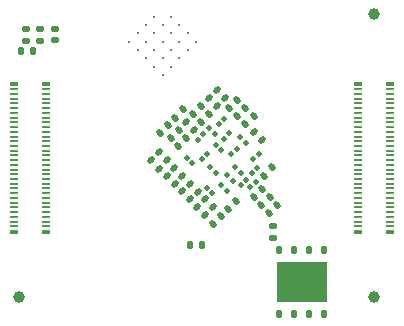
<source format=gbr>
%TF.GenerationSoftware,KiCad,Pcbnew,9.0.2*%
%TF.CreationDate,2025-11-14T17:05:06-08:00*%
%TF.ProjectId,pico2-nx-module,7069636f-322d-46e7-982d-6d6f64756c65,rev?*%
%TF.SameCoordinates,Original*%
%TF.FileFunction,Soldermask,Bot*%
%TF.FilePolarity,Negative*%
%FSLAX46Y46*%
G04 Gerber Fmt 4.6, Leading zero omitted, Abs format (unit mm)*
G04 Created by KiCad (PCBNEW 9.0.2) date 2025-11-14 17:05:06*
%MOMM*%
%LPD*%
G01*
G04 APERTURE LIST*
G04 Aperture macros list*
%AMRoundRect*
0 Rectangle with rounded corners*
0 $1 Rounding radius*
0 $2 $3 $4 $5 $6 $7 $8 $9 X,Y pos of 4 corners*
0 Add a 4 corners polygon primitive as box body*
4,1,4,$2,$3,$4,$5,$6,$7,$8,$9,$2,$3,0*
0 Add four circle primitives for the rounded corners*
1,1,$1+$1,$2,$3*
1,1,$1+$1,$4,$5*
1,1,$1+$1,$6,$7*
1,1,$1+$1,$8,$9*
0 Add four rect primitives between the rounded corners*
20,1,$1+$1,$2,$3,$4,$5,0*
20,1,$1+$1,$4,$5,$6,$7,0*
20,1,$1+$1,$6,$7,$8,$9,0*
20,1,$1+$1,$8,$9,$2,$3,0*%
G04 Aperture macros list end*
%ADD10RoundRect,0.100000X-0.021213X-0.162635X0.162635X0.021213X0.021213X0.162635X-0.162635X-0.021213X0*%
%ADD11RoundRect,0.140000X-0.219203X-0.021213X-0.021213X-0.219203X0.219203X0.021213X0.021213X0.219203X0*%
%ADD12RoundRect,0.100000X0.162635X-0.021213X-0.021213X0.162635X-0.162635X0.021213X0.021213X-0.162635X0*%
%ADD13RoundRect,0.100000X-0.162635X0.021213X0.021213X-0.162635X0.162635X-0.021213X-0.021213X0.162635X0*%
%ADD14RoundRect,0.140000X0.219203X0.021213X0.021213X0.219203X-0.219203X-0.021213X-0.021213X-0.219203X0*%
%ADD15RoundRect,0.140000X0.021213X-0.219203X0.219203X-0.021213X-0.021213X0.219203X-0.219203X0.021213X0*%
%ADD16RoundRect,0.140000X-0.021213X0.219203X-0.219203X0.021213X0.021213X-0.219203X0.219203X-0.021213X0*%
%ADD17RoundRect,0.135000X0.185000X-0.135000X0.185000X0.135000X-0.185000X0.135000X-0.185000X-0.135000X0*%
%ADD18RoundRect,0.100000X0.021213X0.162635X-0.162635X-0.021213X-0.021213X-0.162635X0.162635X0.021213X0*%
%ADD19RoundRect,0.125000X0.125000X-0.250000X0.125000X0.250000X-0.125000X0.250000X-0.125000X-0.250000X0*%
%ADD20R,4.300000X3.400000*%
%ADD21R,0.660000X0.230000*%
%ADD22R,0.660000X0.350000*%
%ADD23C,1.000000*%
%ADD24RoundRect,0.135000X0.135000X0.185000X-0.135000X0.185000X-0.135000X-0.185000X0.135000X-0.185000X0*%
%ADD25RoundRect,0.135000X-0.185000X0.135000X-0.185000X-0.135000X0.185000X-0.135000X0.185000X0.135000X0*%
%ADD26RoundRect,0.135000X-0.135000X-0.185000X0.135000X-0.185000X0.135000X0.185000X-0.135000X0.185000X0*%
%ADD27C,0.320000*%
%ADD28RoundRect,0.140000X0.170000X-0.140000X0.170000X0.140000X-0.170000X0.140000X-0.170000X-0.140000X0*%
G04 APERTURE END LIST*
D10*
%TO.C,C47*%
X118097452Y-83652548D03*
X118550000Y-83200000D03*
%TD*%
D11*
%TO.C,FB7*%
X116752356Y-88042356D03*
X117431178Y-88721178D03*
%TD*%
D12*
%TO.C,C33*%
X117642548Y-85642548D03*
X117190000Y-85190000D03*
%TD*%
%TO.C,C36*%
X120542548Y-87972548D03*
X120090000Y-87520000D03*
%TD*%
D11*
%TO.C,FB9*%
X119060000Y-80150000D03*
X119738822Y-80828822D03*
%TD*%
D12*
%TO.C,C45*%
X122162548Y-83912548D03*
X121710000Y-83460000D03*
%TD*%
D13*
%TO.C,C38*%
X118890000Y-87720000D03*
X119342548Y-88172548D03*
%TD*%
D14*
%TO.C,C27*%
X116790000Y-86720000D03*
X116111178Y-86041178D03*
%TD*%
D15*
%TO.C,C41*%
X122140000Y-82350000D03*
X122818822Y-81671178D03*
%TD*%
D16*
%TO.C,FB4*%
X116473614Y-82848658D03*
X115794792Y-83527480D03*
%TD*%
D13*
%TO.C,C12*%
X120596893Y-86679231D03*
X121049441Y-87131779D03*
%TD*%
D10*
%TO.C,C76*%
X122697452Y-86492548D03*
X123150000Y-86040000D03*
%TD*%
D11*
%TO.C,FB5*%
X118060000Y-89360000D03*
X118738822Y-90038822D03*
%TD*%
D17*
%TO.C,R8*%
X103580001Y-75279997D03*
X103580001Y-74259999D03*
%TD*%
D18*
%TO.C,C15*%
X120770000Y-83140000D03*
X120317452Y-83592548D03*
%TD*%
%TO.C,C83*%
X122992548Y-87237452D03*
X122540000Y-87690000D03*
%TD*%
D10*
%TO.C,C13*%
X121740000Y-87520000D03*
X122192548Y-87067452D03*
%TD*%
D15*
%TO.C,C7*%
X121450000Y-81660000D03*
X122128822Y-80981178D03*
%TD*%
D10*
%TO.C,C46*%
X119907452Y-82362548D03*
X120360000Y-81910000D03*
%TD*%
D16*
%TO.C,C43*%
X124173832Y-88524948D03*
X123495010Y-89203770D03*
%TD*%
D14*
%TO.C,C39*%
X117777181Y-82866494D03*
X117098359Y-82187672D03*
%TD*%
D11*
%TO.C,C29*%
X122831178Y-83001178D03*
X123510000Y-83680000D03*
%TD*%
D14*
%TO.C,FB6*%
X116132096Y-87420561D03*
X115453274Y-86741739D03*
%TD*%
%TO.C,C42*%
X120378822Y-80148822D03*
X119700000Y-79470000D03*
%TD*%
D13*
%TO.C,C37*%
X119069955Y-82697873D03*
X119522503Y-83150421D03*
%TD*%
D19*
%TO.C,U4*%
X128805400Y-98408985D03*
X127535400Y-98408985D03*
X126265400Y-98408985D03*
X124995400Y-98408985D03*
X124995400Y-93008985D03*
X126265400Y-93008985D03*
X127535400Y-93008985D03*
X128805400Y-93008985D03*
D20*
X126900400Y-95708985D03*
%TD*%
D21*
%TO.C,J2*%
X134410000Y-79400000D03*
X131700000Y-79400000D03*
X134410000Y-79800000D03*
X131700000Y-79800000D03*
X134410000Y-80200000D03*
X131700000Y-80200000D03*
X134410000Y-80600000D03*
X131700000Y-80600000D03*
X134410000Y-81000000D03*
X131700000Y-81000000D03*
X134410000Y-81400000D03*
X131700000Y-81400000D03*
X134410000Y-81800000D03*
X131700000Y-81800000D03*
X134410000Y-82200000D03*
X131700000Y-82200000D03*
X134410000Y-82600000D03*
X131700000Y-82600000D03*
X134410000Y-83000000D03*
X131700000Y-83000000D03*
X134410000Y-83400000D03*
X131700000Y-83400000D03*
X134410000Y-83800000D03*
X131700000Y-83800000D03*
X134410000Y-84200000D03*
X131700000Y-84200000D03*
X134410000Y-84600000D03*
X131700000Y-84600000D03*
X134410000Y-85000000D03*
X131700000Y-85000000D03*
X134410000Y-85400000D03*
X131700000Y-85400000D03*
X134410000Y-85800000D03*
X131700000Y-85800000D03*
X134410000Y-86200000D03*
X131700000Y-86200000D03*
X134410000Y-86600000D03*
X131700000Y-86600000D03*
X134410000Y-87000000D03*
X131700000Y-87000000D03*
X134410000Y-87400000D03*
X131700000Y-87400000D03*
X134410000Y-87800000D03*
X131700000Y-87800000D03*
X134410000Y-88200000D03*
X131700000Y-88200000D03*
X134410000Y-88600000D03*
X131700000Y-88600000D03*
X134410000Y-89000000D03*
X131700000Y-89000000D03*
X134410000Y-89400000D03*
X131700000Y-89400000D03*
X134410000Y-89800000D03*
X131700000Y-89800000D03*
X134410000Y-90200000D03*
X131700000Y-90200000D03*
X134410000Y-90600000D03*
X131700000Y-90600000D03*
X134410000Y-91000000D03*
X131700000Y-91000000D03*
D22*
X134410000Y-78925000D03*
X131700000Y-78925000D03*
X134410000Y-91475000D03*
X131700000Y-91475000D03*
%TD*%
D15*
%TO.C,FB8*%
X122844312Y-88537778D03*
X123523134Y-87858956D03*
%TD*%
D23*
%TO.C,FID6*%
X133000000Y-73000000D03*
%TD*%
D12*
%TO.C,C81*%
X120100000Y-84550000D03*
X119647452Y-84097452D03*
%TD*%
D24*
%TO.C,R12*%
X118500000Y-92550000D03*
X117480002Y-92550000D03*
%TD*%
D25*
%TO.C,R3*%
X124450000Y-90980002D03*
X124450000Y-92000000D03*
%TD*%
D23*
%TO.C,FID5*%
X103000000Y-97000000D03*
%TD*%
D15*
%TO.C,C8*%
X119410000Y-90830000D03*
X120088822Y-90151178D03*
%TD*%
D11*
%TO.C,FB3*%
X114126820Y-85428319D03*
X114805642Y-86107141D03*
%TD*%
D26*
%TO.C,R26*%
X103170006Y-76199998D03*
X104190004Y-76199998D03*
%TD*%
D15*
%TO.C,C30*%
X118380877Y-82203923D03*
X119059699Y-81525101D03*
%TD*%
D23*
%TO.C,FID7*%
X133000000Y-97000000D03*
%TD*%
D12*
%TO.C,C35*%
X119622548Y-86452548D03*
X119170000Y-86000000D03*
%TD*%
D21*
%TO.C,J3*%
X105210000Y-79400000D03*
X102500000Y-79400000D03*
X105210000Y-79800000D03*
X102500000Y-79800000D03*
X105210000Y-80200000D03*
X102500000Y-80200000D03*
X105210000Y-80600000D03*
X102500000Y-80600000D03*
X105210000Y-81000000D03*
X102500000Y-81000000D03*
X105210000Y-81400000D03*
X102500000Y-81400000D03*
X105210000Y-81800000D03*
X102500000Y-81800000D03*
X105210000Y-82200000D03*
X102500000Y-82200000D03*
X105210000Y-82600000D03*
X102500000Y-82600000D03*
X105210000Y-83000000D03*
X102500000Y-83000000D03*
X105210000Y-83400000D03*
X102500000Y-83400000D03*
X105210000Y-83800000D03*
X102500000Y-83800000D03*
X105210000Y-84200000D03*
X102500000Y-84200000D03*
X105210000Y-84600000D03*
X102500000Y-84600000D03*
X105210000Y-85000000D03*
X102500000Y-85000000D03*
X105210000Y-85400000D03*
X102500000Y-85400000D03*
X105210000Y-85800000D03*
X102500000Y-85800000D03*
X105210000Y-86200000D03*
X102500000Y-86200000D03*
X105210000Y-86600000D03*
X102500000Y-86600000D03*
X105210000Y-87000000D03*
X102500000Y-87000000D03*
X105210000Y-87400000D03*
X102500000Y-87400000D03*
X105210000Y-87800000D03*
X102500000Y-87800000D03*
X105210000Y-88200000D03*
X102500000Y-88200000D03*
X105210000Y-88600000D03*
X102500000Y-88600000D03*
X105210000Y-89000000D03*
X102500000Y-89000000D03*
X105210000Y-89400000D03*
X102500000Y-89400000D03*
X105210000Y-89800000D03*
X102500000Y-89800000D03*
X105210000Y-90200000D03*
X102500000Y-90200000D03*
X105210000Y-90600000D03*
X102500000Y-90600000D03*
X105210000Y-91000000D03*
X102500000Y-91000000D03*
D22*
X105210000Y-78925000D03*
X102500000Y-78925000D03*
X105210000Y-91475000D03*
X102500000Y-91475000D03*
%TD*%
D16*
%TO.C,FB2*%
X118408330Y-80813630D03*
X117729508Y-81492452D03*
%TD*%
%TO.C,C40*%
X124832654Y-89176126D03*
X124153832Y-89854948D03*
%TD*%
D27*
%TO.C,U13*%
X114422893Y-73248680D03*
X113715786Y-73955786D03*
X113008680Y-74662893D03*
X112301573Y-75370000D03*
X115837107Y-73248680D03*
X115130000Y-73955786D03*
X114422893Y-74662893D03*
X113715786Y-75370000D03*
X113008680Y-76077107D03*
X116544214Y-73955786D03*
X115837107Y-74662893D03*
X115130000Y-75370000D03*
X114422893Y-76077107D03*
X113715786Y-76784214D03*
X117251320Y-74662893D03*
X116544214Y-75370000D03*
X115837107Y-76077107D03*
X115130000Y-76784214D03*
X114422893Y-77491320D03*
X117958427Y-75370000D03*
X117251320Y-76077107D03*
X116544214Y-76784214D03*
X115837107Y-77491320D03*
X115130000Y-78198427D03*
%TD*%
D13*
%TO.C,C44*%
X121287452Y-86007452D03*
X121740000Y-86460000D03*
%TD*%
D16*
%TO.C,C24*%
X115558850Y-82401279D03*
X114880028Y-83080101D03*
%TD*%
%TO.C,C26*%
X117135333Y-83485913D03*
X116456511Y-84164735D03*
%TD*%
D11*
%TO.C,C28*%
X117410000Y-87380000D03*
X118088822Y-88058822D03*
%TD*%
D15*
%TO.C,C11*%
X120771178Y-80978822D03*
X121450000Y-80300000D03*
%TD*%
D17*
%TO.C,R18*%
X104770003Y-75279998D03*
X104770003Y-74260000D03*
%TD*%
D18*
%TO.C,C34*%
X118900000Y-84850000D03*
X118447452Y-85302548D03*
%TD*%
D15*
%TO.C,C32*%
X116181178Y-81788822D03*
X116860000Y-81110000D03*
%TD*%
D16*
%TO.C,C10*%
X124378822Y-86021178D03*
X123700000Y-86700000D03*
%TD*%
%TO.C,C9*%
X121370000Y-88870000D03*
X120691178Y-89548822D03*
%TD*%
D28*
%TO.C,C3*%
X106050000Y-75259998D03*
X106050000Y-74299998D03*
%TD*%
D10*
%TO.C,C84*%
X120931753Y-84901142D03*
X121384301Y-84448594D03*
%TD*%
D11*
%TO.C,C25*%
X114806548Y-84741178D03*
X115485370Y-85420000D03*
%TD*%
%TO.C,C31*%
X118730671Y-88690694D03*
X119409493Y-89369516D03*
%TD*%
D18*
%TO.C,C14*%
X123263571Y-84871018D03*
X122811023Y-85323566D03*
%TD*%
M02*

</source>
